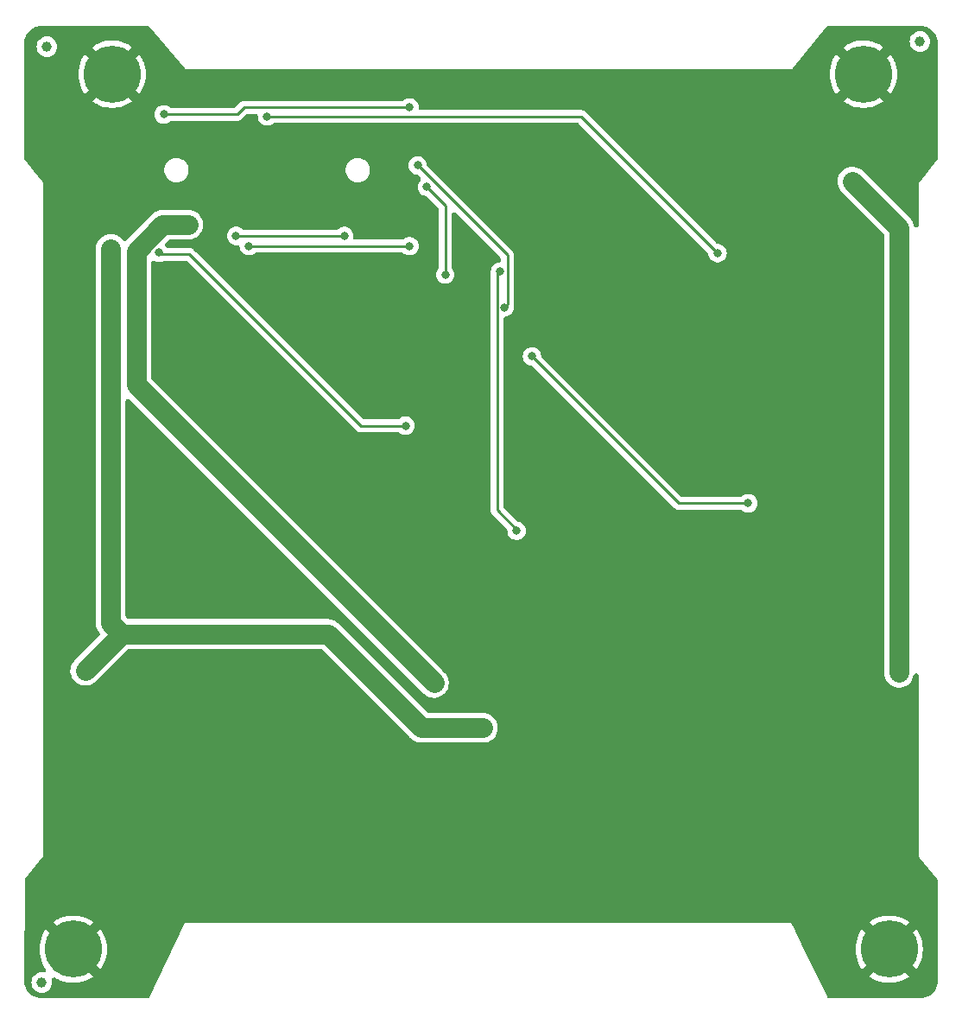
<source format=gbl>
%TF.GenerationSoftware,KiCad,Pcbnew,7.0.2-0*%
%TF.CreationDate,2024-05-08T22:09:35-07:00*%
%TF.ProjectId,MPPT_addon_board,4d505054-5f61-4646-946f-6e5f626f6172,1.4*%
%TF.SameCoordinates,Original*%
%TF.FileFunction,Copper,L2,Bot*%
%TF.FilePolarity,Positive*%
%FSLAX46Y46*%
G04 Gerber Fmt 4.6, Leading zero omitted, Abs format (unit mm)*
G04 Created by KiCad (PCBNEW 7.0.2-0) date 2024-05-08 22:09:35*
%MOMM*%
%LPD*%
G01*
G04 APERTURE LIST*
%TA.AperFunction,ComponentPad*%
%ADD10C,5.600000*%
%TD*%
%TA.AperFunction,SMDPad,CuDef*%
%ADD11C,1.000000*%
%TD*%
%TA.AperFunction,ViaPad*%
%ADD12C,0.800000*%
%TD*%
%TA.AperFunction,Conductor*%
%ADD13C,1.905000*%
%TD*%
%TA.AperFunction,Conductor*%
%ADD14C,0.250000*%
%TD*%
G04 APERTURE END LIST*
D10*
X107236100Y-57564100D03*
X103426100Y-143294100D03*
X183426100Y-143294100D03*
X180896100Y-57564100D03*
D11*
X186436000Y-54356000D03*
X100838000Y-54864000D03*
X100330000Y-146558000D03*
D12*
X118872000Y-60198000D03*
X117856000Y-60198000D03*
X113792000Y-60198000D03*
X114808000Y-60198000D03*
X115824000Y-60198000D03*
X116840000Y-60198000D03*
X126492000Y-59690000D03*
X127508000Y-59690000D03*
X129540000Y-59690000D03*
X128524000Y-59690000D03*
X126492000Y-58674000D03*
X127508000Y-58674000D03*
X129540000Y-58674000D03*
X128524000Y-58674000D03*
X126492000Y-57658000D03*
X127508000Y-57658000D03*
X129540000Y-57658000D03*
X128524000Y-57658000D03*
X129032000Y-72136000D03*
X128016000Y-72136000D03*
X127000000Y-72136000D03*
X125984000Y-72136000D03*
X159800000Y-127400000D03*
X159800000Y-118600000D03*
X159800000Y-125200000D03*
X115400000Y-123000000D03*
X128300000Y-98500000D03*
X113300000Y-85500000D03*
X158275000Y-81675000D03*
X127200000Y-129700000D03*
X168000000Y-118600000D03*
X127200000Y-118600000D03*
X163800000Y-132300000D03*
X121400000Y-118600000D03*
X171600000Y-118600000D03*
X119400000Y-132300000D03*
X159800000Y-123000000D03*
X159800000Y-132300000D03*
X115400000Y-129700000D03*
X159800000Y-120600000D03*
X115400000Y-127400000D03*
X123600000Y-118600000D03*
X171600000Y-125200000D03*
X171600000Y-129700000D03*
X128200000Y-95200000D03*
X127200000Y-127400000D03*
X119400000Y-118600000D03*
X117300000Y-118600000D03*
X171600000Y-81200000D03*
X125500000Y-132300000D03*
X115400000Y-118600000D03*
X161700000Y-132300000D03*
X171600000Y-127400000D03*
X169900000Y-132300000D03*
X159800000Y-129700000D03*
X115800000Y-81900000D03*
X121300000Y-90400000D03*
X115400000Y-120600000D03*
X165800000Y-132300000D03*
X161700000Y-118600000D03*
X115400000Y-125200000D03*
X127200000Y-125200000D03*
X165800000Y-118600000D03*
X123600000Y-132300000D03*
X115400000Y-132300000D03*
X171600000Y-120600000D03*
X169900000Y-118600000D03*
X127200000Y-132300000D03*
X129000000Y-81500000D03*
X163800000Y-118600000D03*
X125500000Y-118600000D03*
X127200000Y-120600000D03*
X127200000Y-123000000D03*
X168000000Y-132300000D03*
X101500000Y-102000000D03*
X171600000Y-132300000D03*
X121400000Y-132300000D03*
X117300000Y-132300000D03*
X171600000Y-123000000D03*
X129000000Y-85600000D03*
X120650000Y-74400000D03*
X136400000Y-74400000D03*
X122430000Y-61700000D03*
X166600000Y-75100000D03*
X130000000Y-73400000D03*
X119400000Y-73400000D03*
X136000000Y-92000000D03*
X111850000Y-75050000D03*
X112300000Y-61500000D03*
X136400000Y-60800000D03*
X143600000Y-121600000D03*
X107100000Y-74676000D03*
X104600000Y-116000000D03*
X184400000Y-116200000D03*
X179832000Y-68072000D03*
X148400000Y-85200000D03*
X169600000Y-99600000D03*
X114800000Y-72100000D03*
X138800000Y-117200000D03*
X146900000Y-102300000D03*
X145275500Y-76899500D03*
X137200000Y-66500000D03*
X145700000Y-80400000D03*
X138100000Y-68600000D03*
X139900000Y-77200000D03*
D13*
X107100000Y-74676000D02*
X107100000Y-111300000D01*
X107100000Y-111300000D02*
X108200000Y-112400000D01*
X179832000Y-68072000D02*
X184400000Y-72640000D01*
X184400000Y-72640000D02*
X184400000Y-116200000D01*
D14*
X115800000Y-83000000D02*
X113300000Y-85500000D01*
X118200000Y-90400000D02*
X113300000Y-85500000D01*
X121300000Y-90400000D02*
X118200000Y-90400000D01*
X115800000Y-81900000D02*
X115800000Y-83000000D01*
X158275000Y-81675000D02*
X158100000Y-81850000D01*
X120650000Y-74400000D02*
X136200000Y-74400000D01*
X136200000Y-74400000D02*
X136400000Y-74400000D01*
X122430000Y-61700000D02*
X153200000Y-61700000D01*
X153200000Y-61700000D02*
X166600000Y-75100000D01*
X119400000Y-73400000D02*
X130000000Y-73400000D01*
X111850000Y-75050000D02*
X112000000Y-75200000D01*
X112000000Y-75200000D02*
X114800000Y-75200000D01*
X114800000Y-75200000D02*
X131600000Y-92000000D01*
X131600000Y-92000000D02*
X136000000Y-92000000D01*
X136400000Y-60800000D02*
X120200000Y-60800000D01*
X120200000Y-60800000D02*
X119500000Y-61500000D01*
X119500000Y-61500000D02*
X112300000Y-61500000D01*
D13*
X137600000Y-121600000D02*
X128400000Y-112400000D01*
X143600000Y-121600000D02*
X137600000Y-121600000D01*
X128400000Y-112400000D02*
X108200000Y-112400000D01*
X104600000Y-116000000D02*
X108200000Y-112400000D01*
D14*
X169600000Y-99600000D02*
X162800000Y-99600000D01*
X162800000Y-99600000D02*
X148400000Y-85200000D01*
D13*
X112204433Y-72300000D02*
X109600000Y-74904433D01*
X114700000Y-72300000D02*
X112204433Y-72300000D01*
X109600000Y-88000000D02*
X138800000Y-117200000D01*
X109600000Y-74904433D02*
X109600000Y-88000000D01*
D14*
X144975000Y-77200000D02*
X144975000Y-100275000D01*
X147000000Y-102300000D02*
X146900000Y-102200000D01*
X146900000Y-102200000D02*
X146900000Y-102300000D01*
X144975000Y-100275000D02*
X146900000Y-102200000D01*
X146900000Y-102300000D02*
X147000000Y-102300000D01*
X145275500Y-76899500D02*
X144975000Y-77200000D01*
X146000500Y-75300500D02*
X146000500Y-80099500D01*
X146000500Y-80099500D02*
X145700000Y-80400000D01*
X137200000Y-66500000D02*
X146000500Y-75300500D01*
X139900000Y-70400000D02*
X138100000Y-68600000D01*
X139900000Y-77200000D02*
X139900000Y-70400000D01*
%TA.AperFunction,Conductor*%
G36*
X186405981Y-52807384D02*
G01*
X186406402Y-52807451D01*
X186446061Y-52807450D01*
X186446063Y-52807451D01*
X186484772Y-52807450D01*
X186502527Y-52808083D01*
X186717765Y-52823473D01*
X186752913Y-52828525D01*
X186955076Y-52872499D01*
X186989143Y-52882503D01*
X187182977Y-52954797D01*
X187215294Y-52969555D01*
X187396849Y-53068689D01*
X187426737Y-53087897D01*
X187592339Y-53211864D01*
X187619190Y-53235129D01*
X187765470Y-53381409D01*
X187788735Y-53408260D01*
X187912702Y-53573862D01*
X187931910Y-53603750D01*
X188031044Y-53785305D01*
X188045802Y-53817622D01*
X188118096Y-54011456D01*
X188128102Y-54045532D01*
X188172071Y-54247670D01*
X188177126Y-54282836D01*
X188192515Y-54498071D01*
X188193149Y-54515832D01*
X188193148Y-54593181D01*
X188193245Y-54593795D01*
X188205635Y-65807470D01*
X188186786Y-65902779D01*
X188150659Y-65963808D01*
X186403237Y-68136277D01*
X186393231Y-68147959D01*
X186366833Y-68176916D01*
X186358761Y-68197754D01*
X186345978Y-68225547D01*
X186332569Y-68250531D01*
X186326250Y-68275669D01*
X186326250Y-68304019D01*
X186324369Y-68334568D01*
X186320890Y-68362708D01*
X186326250Y-68405950D01*
X186326250Y-72330107D01*
X186307296Y-72425395D01*
X186253320Y-72506177D01*
X186172538Y-72560153D01*
X186077250Y-72579107D01*
X185981962Y-72560153D01*
X185901180Y-72506177D01*
X185847204Y-72425395D01*
X185835870Y-72391235D01*
X185817175Y-72317413D01*
X185814854Y-72307382D01*
X185797367Y-72223983D01*
X185792014Y-72210263D01*
X185782602Y-72180884D01*
X185778984Y-72166600D01*
X185778983Y-72166595D01*
X185744732Y-72088512D01*
X185740824Y-72079079D01*
X185709836Y-71999660D01*
X185702287Y-71986991D01*
X185688178Y-71959581D01*
X185682255Y-71946078D01*
X185666426Y-71921850D01*
X185635649Y-71874741D01*
X185630199Y-71866011D01*
X185586575Y-71792801D01*
X185577053Y-71781558D01*
X185558602Y-71756814D01*
X185550551Y-71744490D01*
X185550548Y-71744487D01*
X185550547Y-71744485D01*
X185492836Y-71681794D01*
X185486022Y-71674078D01*
X185473242Y-71658988D01*
X185473234Y-71658980D01*
X185469924Y-71655071D01*
X185452288Y-71637435D01*
X185445187Y-71630034D01*
X185387463Y-71567329D01*
X185375841Y-71558283D01*
X185352711Y-71537858D01*
X180820553Y-67005701D01*
X180816929Y-67002077D01*
X180679198Y-66885425D01*
X180472340Y-66762164D01*
X180472339Y-66762163D01*
X180472338Y-66762163D01*
X180248014Y-66674632D01*
X180012340Y-66625215D01*
X179771751Y-66615264D01*
X179532796Y-66645051D01*
X179302015Y-66713757D01*
X179085684Y-66819516D01*
X179085682Y-66819517D01*
X178889709Y-66959439D01*
X178719439Y-67129709D01*
X178609171Y-67284150D01*
X178579516Y-67325684D01*
X178473757Y-67542015D01*
X178405051Y-67772796D01*
X178375264Y-68011751D01*
X178385215Y-68252340D01*
X178434632Y-68488014D01*
X178478328Y-68599999D01*
X178522164Y-68712340D01*
X178645425Y-68919198D01*
X178762077Y-69056929D01*
X178765701Y-69060552D01*
X178765701Y-69060553D01*
X182874070Y-73168922D01*
X182928046Y-73249704D01*
X182947000Y-73344992D01*
X182947000Y-116260100D01*
X182947424Y-116265227D01*
X182947425Y-116265230D01*
X182961905Y-116439976D01*
X183021017Y-116673407D01*
X183117745Y-116893923D01*
X183249448Y-117095509D01*
X183401103Y-117260251D01*
X183412537Y-117272671D01*
X183602561Y-117420572D01*
X183814336Y-117535179D01*
X184042087Y-117613366D01*
X184279601Y-117653000D01*
X184520399Y-117653000D01*
X184757913Y-117613366D01*
X184985664Y-117535179D01*
X185197439Y-117420572D01*
X185387463Y-117272671D01*
X185550551Y-117095510D01*
X185682255Y-116893922D01*
X185778983Y-116673405D01*
X185835869Y-116448765D01*
X185877635Y-116361046D01*
X185949790Y-116295987D01*
X186041350Y-116263493D01*
X186138375Y-116268510D01*
X186226095Y-116310276D01*
X186291154Y-116382431D01*
X186323648Y-116473991D01*
X186326250Y-116509891D01*
X186326250Y-134087020D01*
X186325972Y-134098784D01*
X186323932Y-134141915D01*
X186329740Y-134159306D01*
X186338320Y-134192415D01*
X186342356Y-134214004D01*
X186357205Y-134245679D01*
X186371212Y-134262584D01*
X186391184Y-134290372D01*
X186402745Y-134309043D01*
X186436222Y-134341042D01*
X188148330Y-136407303D01*
X188194533Y-136492769D01*
X188205598Y-136566488D01*
X188193259Y-146305147D01*
X188193148Y-146305853D01*
X188193149Y-146383067D01*
X188192515Y-146400828D01*
X188177126Y-146616063D01*
X188172071Y-146651227D01*
X188128102Y-146853363D01*
X188118096Y-146887443D01*
X188045802Y-147081277D01*
X188031044Y-147113594D01*
X187931910Y-147295149D01*
X187912702Y-147325037D01*
X187788735Y-147490639D01*
X187765470Y-147517490D01*
X187619190Y-147663770D01*
X187592339Y-147687035D01*
X187426737Y-147811002D01*
X187396849Y-147830210D01*
X187215294Y-147929344D01*
X187182977Y-147944102D01*
X186989143Y-148016396D01*
X186955063Y-148026402D01*
X186752927Y-148070371D01*
X186717763Y-148075426D01*
X186502528Y-148090815D01*
X186484767Y-148091449D01*
X186405664Y-148091448D01*
X186405652Y-148091450D01*
X177545685Y-148091450D01*
X177450397Y-148072496D01*
X177369615Y-148018520D01*
X177321228Y-147950246D01*
X177318277Y-147944102D01*
X175088336Y-143300832D01*
X180121618Y-143300832D01*
X180140261Y-143644692D01*
X180141715Y-143658062D01*
X180197428Y-143997895D01*
X180200320Y-144011036D01*
X180292447Y-144342846D01*
X180296747Y-144355608D01*
X180424208Y-144675510D01*
X180429855Y-144687716D01*
X180591163Y-144991976D01*
X180598099Y-145003504D01*
X180764364Y-145248726D01*
X181994405Y-144018684D01*
X181996081Y-144022731D01*
X182127670Y-144237465D01*
X182291230Y-144428970D01*
X182482735Y-144592530D01*
X182697469Y-144724119D01*
X182701512Y-144725793D01*
X181472812Y-145954494D01*
X181566091Y-146025403D01*
X181577230Y-146032956D01*
X181872301Y-146210493D01*
X181884209Y-146216806D01*
X182196731Y-146361395D01*
X182209235Y-146366377D01*
X182535566Y-146476330D01*
X182548555Y-146479936D01*
X182884835Y-146553958D01*
X182898153Y-146556141D01*
X183240461Y-146593369D01*
X183253933Y-146594100D01*
X183598267Y-146594100D01*
X183611738Y-146593369D01*
X183954046Y-146556141D01*
X183967364Y-146553958D01*
X184303644Y-146479936D01*
X184316633Y-146476330D01*
X184642964Y-146366377D01*
X184655468Y-146361395D01*
X184967990Y-146216806D01*
X184979898Y-146210493D01*
X185274963Y-146032959D01*
X185286103Y-146025406D01*
X185379386Y-145954494D01*
X184150686Y-144725794D01*
X184154731Y-144724119D01*
X184369465Y-144592530D01*
X184560970Y-144428970D01*
X184724530Y-144237465D01*
X184856119Y-144022731D01*
X184857794Y-144018686D01*
X186087834Y-145248726D01*
X186254097Y-145003508D01*
X186261036Y-144991976D01*
X186422344Y-144687716D01*
X186427991Y-144675510D01*
X186555452Y-144355608D01*
X186559752Y-144342846D01*
X186651879Y-144011036D01*
X186654771Y-143997895D01*
X186710484Y-143658062D01*
X186711938Y-143644692D01*
X186730582Y-143300832D01*
X186730582Y-143287367D01*
X186711938Y-142943507D01*
X186710484Y-142930137D01*
X186654771Y-142590304D01*
X186651879Y-142577163D01*
X186559752Y-142245353D01*
X186555452Y-142232591D01*
X186427991Y-141912689D01*
X186422344Y-141900483D01*
X186261036Y-141596223D01*
X186254097Y-141584691D01*
X186087834Y-141339472D01*
X184857793Y-142569512D01*
X184856119Y-142565469D01*
X184724530Y-142350735D01*
X184560970Y-142159230D01*
X184369465Y-141995670D01*
X184154731Y-141864081D01*
X184150686Y-141862405D01*
X185379386Y-140633705D01*
X185286099Y-140562790D01*
X185274970Y-140555244D01*
X184979898Y-140377706D01*
X184967990Y-140371393D01*
X184655468Y-140226804D01*
X184642964Y-140221822D01*
X184316633Y-140111869D01*
X184303644Y-140108263D01*
X183967364Y-140034241D01*
X183954046Y-140032058D01*
X183611738Y-139994830D01*
X183598267Y-139994100D01*
X183253933Y-139994100D01*
X183240461Y-139994830D01*
X182898153Y-140032058D01*
X182884835Y-140034241D01*
X182548555Y-140108263D01*
X182535566Y-140111869D01*
X182209235Y-140221822D01*
X182196731Y-140226804D01*
X181884209Y-140371393D01*
X181872301Y-140377706D01*
X181577236Y-140555240D01*
X181566095Y-140562794D01*
X181472812Y-140633704D01*
X182701513Y-141862405D01*
X182697469Y-141864081D01*
X182482735Y-141995670D01*
X182291230Y-142159230D01*
X182127670Y-142350735D01*
X181996081Y-142565469D01*
X181994405Y-142569513D01*
X180764365Y-141339473D01*
X180598096Y-141584701D01*
X180591162Y-141596225D01*
X180429855Y-141900483D01*
X180424208Y-141912689D01*
X180296747Y-142232591D01*
X180292447Y-142245353D01*
X180200320Y-142577163D01*
X180197428Y-142590304D01*
X180141715Y-142930137D01*
X180140261Y-142943507D01*
X180121618Y-143287367D01*
X180121618Y-143300832D01*
X175088336Y-143300832D01*
X173963604Y-140958870D01*
X173961594Y-140951604D01*
X173919965Y-140868001D01*
X173901731Y-140830033D01*
X173898056Y-140824002D01*
X173896291Y-140820457D01*
X173893958Y-140815772D01*
X173893000Y-140814898D01*
X173859918Y-140778084D01*
X173859156Y-140777044D01*
X173859154Y-140777043D01*
X173859154Y-140777042D01*
X173851395Y-140772083D01*
X173817738Y-140746288D01*
X173810932Y-140740083D01*
X173810018Y-140739729D01*
X173809725Y-140739616D01*
X173765580Y-140717240D01*
X173764491Y-140716544D01*
X173755460Y-140714721D01*
X173714767Y-140702829D01*
X173706173Y-140699500D01*
X173706172Y-140699500D01*
X173704875Y-140699500D01*
X173655633Y-140694582D01*
X173654363Y-140694325D01*
X173646638Y-140695656D01*
X173645290Y-140695888D01*
X173603037Y-140699500D01*
X114648810Y-140699500D01*
X114641638Y-140698210D01*
X114550789Y-140699460D01*
X114547940Y-140699500D01*
X114505608Y-140699500D01*
X114498814Y-140700175D01*
X114489700Y-140700300D01*
X114488353Y-140700844D01*
X114440987Y-140714673D01*
X114439563Y-140714939D01*
X114431849Y-140719715D01*
X114393928Y-140738924D01*
X114385507Y-140742320D01*
X114384444Y-140743317D01*
X114345275Y-140773320D01*
X114344046Y-140774080D01*
X114338580Y-140781319D01*
X114310146Y-140812944D01*
X114303528Y-140819145D01*
X114302898Y-140820457D01*
X114277217Y-140862577D01*
X114276343Y-140863733D01*
X114273862Y-140872455D01*
X114258771Y-140912217D01*
X110868263Y-147962650D01*
X110809885Y-148040310D01*
X110726231Y-148089718D01*
X110643566Y-148103737D01*
X100410366Y-148091552D01*
X100409710Y-148091449D01*
X100371237Y-148091449D01*
X100332527Y-148091449D01*
X100314771Y-148090815D01*
X100288842Y-148088961D01*
X100099536Y-148075426D01*
X100064374Y-148070371D01*
X99862232Y-148026402D01*
X99828156Y-148016396D01*
X99634322Y-147944102D01*
X99602005Y-147929344D01*
X99420450Y-147830210D01*
X99390562Y-147811002D01*
X99224960Y-147687035D01*
X99198109Y-147663770D01*
X99051829Y-147517490D01*
X99028564Y-147490639D01*
X98904597Y-147325037D01*
X98885389Y-147295149D01*
X98786255Y-147113594D01*
X98771497Y-147081277D01*
X98699203Y-146887443D01*
X98689199Y-146853376D01*
X98645225Y-146651213D01*
X98640173Y-146616063D01*
X98636021Y-146558000D01*
X98636021Y-146557999D01*
X99324658Y-146557999D01*
X99343976Y-146754132D01*
X99401185Y-146942725D01*
X99494091Y-147116541D01*
X99619116Y-147268883D01*
X99771458Y-147393908D01*
X99771462Y-147393910D01*
X99945273Y-147486814D01*
X100133868Y-147544024D01*
X100310682Y-147561438D01*
X100329999Y-147563341D01*
X100329999Y-147563340D01*
X100330000Y-147563341D01*
X100526132Y-147544024D01*
X100714727Y-147486814D01*
X100888538Y-147393910D01*
X100888539Y-147393908D01*
X100888541Y-147393908D01*
X101040883Y-147268883D01*
X101165908Y-147116541D01*
X101165910Y-147116538D01*
X101258814Y-146942727D01*
X101316024Y-146754132D01*
X101335341Y-146558000D01*
X101316024Y-146361868D01*
X101316023Y-146361865D01*
X101313723Y-146338510D01*
X101323246Y-146241822D01*
X101369044Y-146156139D01*
X101444146Y-146094505D01*
X101537117Y-146066302D01*
X101633805Y-146075825D01*
X101689897Y-146100745D01*
X101872301Y-146210493D01*
X101884209Y-146216806D01*
X102196731Y-146361395D01*
X102209235Y-146366377D01*
X102535566Y-146476330D01*
X102548555Y-146479936D01*
X102884835Y-146553958D01*
X102898153Y-146556141D01*
X103240461Y-146593369D01*
X103253933Y-146594100D01*
X103598267Y-146594100D01*
X103611738Y-146593369D01*
X103954046Y-146556141D01*
X103967364Y-146553958D01*
X104303644Y-146479936D01*
X104316633Y-146476330D01*
X104642964Y-146366377D01*
X104655468Y-146361395D01*
X104967990Y-146216806D01*
X104979898Y-146210493D01*
X105274963Y-146032959D01*
X105286103Y-146025406D01*
X105379386Y-145954494D01*
X104150686Y-144725794D01*
X104154731Y-144724119D01*
X104369465Y-144592530D01*
X104560970Y-144428970D01*
X104724530Y-144237465D01*
X104856119Y-144022731D01*
X104857794Y-144018686D01*
X106087834Y-145248726D01*
X106254097Y-145003508D01*
X106261036Y-144991976D01*
X106422344Y-144687716D01*
X106427991Y-144675510D01*
X106555452Y-144355608D01*
X106559752Y-144342846D01*
X106651879Y-144011036D01*
X106654771Y-143997895D01*
X106710484Y-143658062D01*
X106711938Y-143644692D01*
X106730582Y-143300832D01*
X106730582Y-143287367D01*
X106711938Y-142943507D01*
X106710484Y-142930137D01*
X106654771Y-142590304D01*
X106651879Y-142577163D01*
X106559752Y-142245353D01*
X106555452Y-142232591D01*
X106427991Y-141912689D01*
X106422344Y-141900483D01*
X106261036Y-141596223D01*
X106254097Y-141584691D01*
X106087834Y-141339472D01*
X104857793Y-142569512D01*
X104856119Y-142565469D01*
X104724530Y-142350735D01*
X104560970Y-142159230D01*
X104369465Y-141995670D01*
X104154731Y-141864081D01*
X104150686Y-141862405D01*
X105379386Y-140633705D01*
X105286099Y-140562790D01*
X105274970Y-140555244D01*
X104979898Y-140377706D01*
X104967990Y-140371393D01*
X104655468Y-140226804D01*
X104642964Y-140221822D01*
X104316633Y-140111869D01*
X104303644Y-140108263D01*
X103967364Y-140034241D01*
X103954046Y-140032058D01*
X103611738Y-139994830D01*
X103598267Y-139994100D01*
X103253933Y-139994100D01*
X103240461Y-139994830D01*
X102898153Y-140032058D01*
X102884835Y-140034241D01*
X102548555Y-140108263D01*
X102535566Y-140111869D01*
X102209235Y-140221822D01*
X102196731Y-140226804D01*
X101884209Y-140371393D01*
X101872301Y-140377706D01*
X101577236Y-140555240D01*
X101566095Y-140562794D01*
X101472812Y-140633704D01*
X102701513Y-141862405D01*
X102697469Y-141864081D01*
X102482735Y-141995670D01*
X102291230Y-142159230D01*
X102127670Y-142350735D01*
X101996081Y-142565469D01*
X101994405Y-142569513D01*
X100764365Y-141339473D01*
X100598096Y-141584701D01*
X100591162Y-141596225D01*
X100429855Y-141900483D01*
X100424208Y-141912689D01*
X100296747Y-142232591D01*
X100292447Y-142245353D01*
X100200320Y-142577163D01*
X100197428Y-142590304D01*
X100141715Y-142930137D01*
X100140261Y-142943507D01*
X100121618Y-143287367D01*
X100121618Y-143300832D01*
X100140261Y-143644692D01*
X100141715Y-143658062D01*
X100197428Y-143997895D01*
X100200320Y-144011036D01*
X100292447Y-144342846D01*
X100296747Y-144355608D01*
X100424208Y-144675510D01*
X100429855Y-144687716D01*
X100591163Y-144991976D01*
X100598094Y-145003495D01*
X100718211Y-145180654D01*
X100755997Y-145270160D01*
X100756655Y-145367313D01*
X100720084Y-145457322D01*
X100651852Y-145526485D01*
X100562346Y-145564271D01*
X100487711Y-145568191D01*
X100330001Y-145552658D01*
X100133867Y-145571976D01*
X99945274Y-145629185D01*
X99771458Y-145722091D01*
X99619116Y-145847116D01*
X99494091Y-145999458D01*
X99401185Y-146173274D01*
X99343976Y-146361867D01*
X99324658Y-146557999D01*
X98636021Y-146557999D01*
X98624816Y-146401295D01*
X98624185Y-146382630D01*
X98624261Y-146361867D01*
X98659991Y-136563187D01*
X98679292Y-136467974D01*
X98715595Y-136407258D01*
X100423393Y-134301611D01*
X100432749Y-134290732D01*
X100459916Y-134260933D01*
X100467581Y-134241144D01*
X100480855Y-134212440D01*
X100493496Y-134189116D01*
X100500499Y-134161495D01*
X100500499Y-134156175D01*
X100500500Y-134156173D01*
X100500500Y-134134936D01*
X100502506Y-134103404D01*
X100505195Y-134082355D01*
X100505194Y-134082352D01*
X100505868Y-134077077D01*
X100500499Y-134033024D01*
X100500499Y-116060248D01*
X103143264Y-116060248D01*
X103173051Y-116299203D01*
X103241757Y-116529984D01*
X103298167Y-116645372D01*
X103347517Y-116746318D01*
X103487439Y-116942291D01*
X103657709Y-117112561D01*
X103853682Y-117252483D01*
X104065200Y-117355888D01*
X104070015Y-117358242D01*
X104300796Y-117426948D01*
X104300797Y-117426948D01*
X104300800Y-117426949D01*
X104539749Y-117456735D01*
X104539750Y-117456734D01*
X104539751Y-117456735D01*
X104700143Y-117450100D01*
X104780341Y-117446784D01*
X105016014Y-117397368D01*
X105240340Y-117309836D01*
X105447198Y-117186575D01*
X105584929Y-117069923D01*
X108728922Y-113925929D01*
X108809704Y-113871954D01*
X108904992Y-113853000D01*
X127695008Y-113853000D01*
X127790296Y-113871954D01*
X127871078Y-113925930D01*
X136497855Y-122552707D01*
X136518280Y-122575837D01*
X136527329Y-122587463D01*
X136590046Y-122645198D01*
X136597447Y-122652299D01*
X136615071Y-122669923D01*
X136618991Y-122673243D01*
X136619005Y-122673256D01*
X136634082Y-122686026D01*
X136641794Y-122692836D01*
X136704488Y-122750550D01*
X136716823Y-122758609D01*
X136741565Y-122777059D01*
X136752802Y-122786576D01*
X136826010Y-122830198D01*
X136834732Y-122835642D01*
X136906078Y-122882255D01*
X136919581Y-122888178D01*
X136946991Y-122902287D01*
X136959660Y-122909836D01*
X137039079Y-122940824D01*
X137048512Y-122944732D01*
X137126595Y-122978983D01*
X137131605Y-122980251D01*
X137140884Y-122982602D01*
X137170263Y-122992014D01*
X137183983Y-122997367D01*
X137183986Y-122997368D01*
X137267392Y-123014856D01*
X137277412Y-123017175D01*
X137327557Y-123029873D01*
X137360024Y-123038095D01*
X137374703Y-123039310D01*
X137405244Y-123043761D01*
X137419659Y-123046784D01*
X137504881Y-123050308D01*
X137515060Y-123050941D01*
X137539900Y-123053000D01*
X137564807Y-123053000D01*
X137575095Y-123053212D01*
X137605897Y-123054486D01*
X137660249Y-123056735D01*
X137660249Y-123056734D01*
X137660251Y-123056735D01*
X137674876Y-123054911D01*
X137705675Y-123053000D01*
X143654944Y-123053000D01*
X143660100Y-123053000D01*
X143839976Y-123038095D01*
X144073405Y-122978983D01*
X144293922Y-122882255D01*
X144495510Y-122750551D01*
X144672671Y-122587463D01*
X144820572Y-122397439D01*
X144935179Y-122185664D01*
X145013366Y-121957913D01*
X145053000Y-121720399D01*
X145053000Y-121479601D01*
X145013366Y-121242087D01*
X144935179Y-121014336D01*
X144820572Y-120802561D01*
X144672671Y-120612537D01*
X144495510Y-120449449D01*
X144495509Y-120449448D01*
X144293923Y-120317745D01*
X144073407Y-120221017D01*
X143839976Y-120161905D01*
X143665230Y-120147425D01*
X143665227Y-120147424D01*
X143660100Y-120147000D01*
X143654944Y-120147000D01*
X138304992Y-120147000D01*
X138209704Y-120128046D01*
X138128922Y-120074070D01*
X129502142Y-111447290D01*
X129481723Y-111424168D01*
X129472671Y-111412537D01*
X129409978Y-111354824D01*
X129402551Y-111347699D01*
X129388558Y-111333706D01*
X129384929Y-111330077D01*
X129381011Y-111326758D01*
X129381005Y-111326753D01*
X129365916Y-111313973D01*
X129358206Y-111307164D01*
X129295510Y-111249449D01*
X129283176Y-111241391D01*
X129258436Y-111222943D01*
X129247197Y-111213424D01*
X129173982Y-111169796D01*
X129165255Y-111164348D01*
X129093923Y-111117745D01*
X129080431Y-111111827D01*
X129052997Y-111097706D01*
X129040340Y-111090164D01*
X128960961Y-111059190D01*
X128951458Y-111055254D01*
X128921474Y-111042102D01*
X128873405Y-111021017D01*
X128873403Y-111021016D01*
X128873402Y-111021016D01*
X128859112Y-111017397D01*
X128829746Y-111007989D01*
X128816014Y-111002631D01*
X128732614Y-110985144D01*
X128722589Y-110982825D01*
X128639978Y-110961905D01*
X128634704Y-110961468D01*
X128625293Y-110960688D01*
X128594760Y-110956239D01*
X128580339Y-110953215D01*
X128495198Y-110949694D01*
X128484927Y-110949057D01*
X128465212Y-110947423D01*
X128465198Y-110947422D01*
X128460100Y-110947000D01*
X128454967Y-110947000D01*
X128435193Y-110947000D01*
X128424904Y-110946787D01*
X128421234Y-110946635D01*
X128339750Y-110943264D01*
X128326117Y-110944964D01*
X128325123Y-110945088D01*
X128294325Y-110947000D01*
X108904992Y-110947000D01*
X108809704Y-110928046D01*
X108728922Y-110874070D01*
X108625929Y-110771077D01*
X108571953Y-110690295D01*
X108552999Y-110595007D01*
X108552999Y-99912769D01*
X108552999Y-89608986D01*
X108571953Y-89513703D01*
X108625929Y-89432921D01*
X108706711Y-89378945D01*
X108801999Y-89359991D01*
X108897287Y-89378945D01*
X108978069Y-89432921D01*
X137815071Y-118269923D01*
X137952802Y-118386575D01*
X138159660Y-118509836D01*
X138383986Y-118597368D01*
X138619658Y-118646784D01*
X138619659Y-118646784D01*
X138860248Y-118656735D01*
X138860248Y-118656734D01*
X138860251Y-118656735D01*
X139099200Y-118626949D01*
X139329987Y-118558241D01*
X139546318Y-118452483D01*
X139742291Y-118312561D01*
X139912561Y-118142291D01*
X140052483Y-117946318D01*
X140158241Y-117729987D01*
X140226949Y-117499200D01*
X140256735Y-117260251D01*
X140250626Y-117112561D01*
X140246784Y-117019659D01*
X140230561Y-116942290D01*
X140197368Y-116783986D01*
X140109836Y-116559660D01*
X139986575Y-116352802D01*
X139869923Y-116215071D01*
X111125930Y-87471078D01*
X111071954Y-87390296D01*
X111053000Y-87295008D01*
X111053000Y-76064298D01*
X111071954Y-75969010D01*
X111125930Y-75888228D01*
X111206712Y-75834252D01*
X111302000Y-75815298D01*
X111397288Y-75834252D01*
X111403280Y-75836826D01*
X111570197Y-75911144D01*
X111755354Y-75950500D01*
X111755355Y-75950500D01*
X111944645Y-75950500D01*
X111944646Y-75950500D01*
X112129803Y-75911144D01*
X112264025Y-75851384D01*
X112273811Y-75847027D01*
X112368570Y-75825585D01*
X112375088Y-75825500D01*
X114437770Y-75825500D01*
X114533058Y-75844454D01*
X114613840Y-75898430D01*
X131089443Y-92374034D01*
X131104262Y-92392531D01*
X131161762Y-92446528D01*
X131167379Y-92451970D01*
X131185529Y-92470120D01*
X131191704Y-92474910D01*
X131193344Y-92476356D01*
X131199128Y-92481618D01*
X131229418Y-92510062D01*
X131238350Y-92514972D01*
X131271017Y-92536431D01*
X131279062Y-92542672D01*
X131279063Y-92542672D01*
X131279064Y-92542673D01*
X131313751Y-92557683D01*
X131334789Y-92567990D01*
X131367908Y-92586197D01*
X131367910Y-92586197D01*
X131367911Y-92586198D01*
X131377770Y-92588729D01*
X131414747Y-92601388D01*
X131424104Y-92605438D01*
X131434390Y-92607067D01*
X131461423Y-92611349D01*
X131484395Y-92616106D01*
X131520981Y-92625500D01*
X131531175Y-92625500D01*
X131570124Y-92628565D01*
X131572044Y-92628868D01*
X131580196Y-92630160D01*
X131616173Y-92626759D01*
X131617804Y-92626605D01*
X131641236Y-92625500D01*
X135248000Y-92625500D01*
X135343288Y-92644454D01*
X135394358Y-92673055D01*
X135527232Y-92769593D01*
X135547270Y-92784151D01*
X135720197Y-92861144D01*
X135905354Y-92900500D01*
X135905355Y-92900500D01*
X136094645Y-92900500D01*
X136094646Y-92900500D01*
X136279803Y-92861144D01*
X136452730Y-92784151D01*
X136605871Y-92672888D01*
X136732533Y-92532216D01*
X136827179Y-92368284D01*
X136885674Y-92188256D01*
X136905460Y-92000000D01*
X136885674Y-91811744D01*
X136827179Y-91631716D01*
X136732533Y-91467784D01*
X136605871Y-91327112D01*
X136452730Y-91215849D01*
X136279803Y-91138856D01*
X136094646Y-91099500D01*
X135905354Y-91099500D01*
X135720197Y-91138856D01*
X135547270Y-91215849D01*
X135547266Y-91215851D01*
X135394358Y-91326945D01*
X135306128Y-91367620D01*
X135248000Y-91374500D01*
X131962230Y-91374500D01*
X131866942Y-91355546D01*
X131786160Y-91301570D01*
X115310559Y-74825968D01*
X115295741Y-74807471D01*
X115238236Y-74753470D01*
X115232618Y-74748027D01*
X115219989Y-74735398D01*
X115214471Y-74729880D01*
X115208302Y-74725094D01*
X115206631Y-74723621D01*
X115200870Y-74718380D01*
X115170582Y-74689938D01*
X115161643Y-74685024D01*
X115128992Y-74663576D01*
X115120936Y-74657327D01*
X115120932Y-74657325D01*
X115086257Y-74642319D01*
X115065193Y-74632000D01*
X115032093Y-74613803D01*
X115026635Y-74612402D01*
X115022219Y-74611268D01*
X114985258Y-74598613D01*
X114975896Y-74594562D01*
X114975894Y-74594561D01*
X114975893Y-74594561D01*
X114938574Y-74588650D01*
X114915612Y-74583894D01*
X114879022Y-74574500D01*
X114879019Y-74574500D01*
X114868825Y-74574500D01*
X114829876Y-74571435D01*
X114819804Y-74569840D01*
X114782196Y-74573395D01*
X114758764Y-74574500D01*
X112744463Y-74574500D01*
X112649175Y-74555546D01*
X112568393Y-74501570D01*
X112559421Y-74492114D01*
X112484305Y-74408690D01*
X112434630Y-74325195D01*
X112420688Y-74229045D01*
X112444603Y-74134880D01*
X112493278Y-74066006D01*
X112577207Y-73982078D01*
X112733354Y-73825930D01*
X112814136Y-73771954D01*
X112909424Y-73753000D01*
X114754944Y-73753000D01*
X114760100Y-73753000D01*
X114939976Y-73738095D01*
X115173405Y-73678983D01*
X115393922Y-73582255D01*
X115595510Y-73450551D01*
X115650423Y-73400000D01*
X118494540Y-73400000D01*
X118514326Y-73588256D01*
X118572819Y-73768280D01*
X118572820Y-73768282D01*
X118572821Y-73768284D01*
X118667467Y-73932216D01*
X118794129Y-74072888D01*
X118947270Y-74184151D01*
X119120197Y-74261144D01*
X119305354Y-74300500D01*
X119305355Y-74300500D01*
X119509882Y-74300500D01*
X119605170Y-74319454D01*
X119685952Y-74373430D01*
X119739928Y-74454212D01*
X119757516Y-74523469D01*
X119762558Y-74571435D01*
X119764326Y-74588256D01*
X119822819Y-74768280D01*
X119822820Y-74768282D01*
X119822821Y-74768284D01*
X119902831Y-74906866D01*
X119917468Y-74932217D01*
X120023619Y-75050110D01*
X120044129Y-75072888D01*
X120197270Y-75184151D01*
X120370197Y-75261144D01*
X120555354Y-75300500D01*
X120555355Y-75300500D01*
X120744645Y-75300500D01*
X120744646Y-75300500D01*
X120929803Y-75261144D01*
X121102730Y-75184151D01*
X121206749Y-75108577D01*
X121255642Y-75073055D01*
X121343872Y-75032380D01*
X121402000Y-75025500D01*
X135648000Y-75025500D01*
X135743288Y-75044454D01*
X135794358Y-75073055D01*
X135891605Y-75143708D01*
X135947270Y-75184151D01*
X136120197Y-75261144D01*
X136305354Y-75300500D01*
X136305355Y-75300500D01*
X136494645Y-75300500D01*
X136494646Y-75300500D01*
X136679803Y-75261144D01*
X136852730Y-75184151D01*
X137005871Y-75072888D01*
X137132533Y-74932216D01*
X137227179Y-74768284D01*
X137285674Y-74588256D01*
X137305460Y-74400000D01*
X137285674Y-74211744D01*
X137227179Y-74031716D01*
X137132533Y-73867784D01*
X137005871Y-73727112D01*
X136852730Y-73615849D01*
X136679803Y-73538856D01*
X136494646Y-73499500D01*
X136305354Y-73499500D01*
X136120197Y-73538856D01*
X135975388Y-73603330D01*
X135947266Y-73615851D01*
X135794358Y-73726945D01*
X135706128Y-73767620D01*
X135648000Y-73774500D01*
X131142641Y-73774500D01*
X131047353Y-73755546D01*
X130966571Y-73701570D01*
X130912595Y-73620788D01*
X130893641Y-73525500D01*
X130895005Y-73499474D01*
X130899634Y-73455428D01*
X130905460Y-73400000D01*
X130885674Y-73211744D01*
X130827179Y-73031716D01*
X130732533Y-72867784D01*
X130605871Y-72727112D01*
X130452730Y-72615849D01*
X130279803Y-72538856D01*
X130094646Y-72499500D01*
X129905354Y-72499500D01*
X129720197Y-72538856D01*
X129560526Y-72609947D01*
X129547266Y-72615851D01*
X129394358Y-72726945D01*
X129306128Y-72767620D01*
X129248000Y-72774500D01*
X120152000Y-72774500D01*
X120056712Y-72755546D01*
X120005642Y-72726945D01*
X119852733Y-72615851D01*
X119852732Y-72615850D01*
X119852730Y-72615849D01*
X119679803Y-72538856D01*
X119494646Y-72499500D01*
X119305354Y-72499500D01*
X119120197Y-72538856D01*
X119095269Y-72549955D01*
X118947269Y-72615849D01*
X118794128Y-72727112D01*
X118667468Y-72867782D01*
X118572819Y-73031719D01*
X118514326Y-73211743D01*
X118494540Y-73400000D01*
X115650423Y-73400000D01*
X115772671Y-73287463D01*
X115920572Y-73097439D01*
X116035179Y-72885664D01*
X116113366Y-72657913D01*
X116153000Y-72420399D01*
X116153000Y-72179601D01*
X116113366Y-71942087D01*
X116035179Y-71714336D01*
X115920572Y-71502561D01*
X115772671Y-71312537D01*
X115683095Y-71230077D01*
X115595509Y-71149448D01*
X115393923Y-71017745D01*
X115173407Y-70921017D01*
X114939976Y-70861905D01*
X114765230Y-70847425D01*
X114765227Y-70847424D01*
X114760100Y-70847000D01*
X114754944Y-70847000D01*
X112310100Y-70847000D01*
X112279301Y-70845088D01*
X112264682Y-70843265D01*
X112179554Y-70846787D01*
X112169263Y-70847000D01*
X112144333Y-70847000D01*
X112139236Y-70847422D01*
X112139218Y-70847423D01*
X112119479Y-70849059D01*
X112109210Y-70849696D01*
X112024089Y-70853216D01*
X112009662Y-70856241D01*
X111979148Y-70860687D01*
X111964457Y-70861904D01*
X111881839Y-70882826D01*
X111871814Y-70885145D01*
X111788419Y-70902631D01*
X111774687Y-70907989D01*
X111745316Y-70917398D01*
X111731024Y-70921017D01*
X111652972Y-70955253D01*
X111643470Y-70959189D01*
X111564091Y-70990163D01*
X111551428Y-70997709D01*
X111524003Y-71011826D01*
X111510511Y-71017744D01*
X111439162Y-71064358D01*
X111430436Y-71069805D01*
X111357235Y-71113423D01*
X111345990Y-71122948D01*
X111321260Y-71141388D01*
X111308924Y-71149447D01*
X111246226Y-71207164D01*
X111238523Y-71213967D01*
X111223430Y-71226750D01*
X111223407Y-71226770D01*
X111219504Y-71230077D01*
X111215884Y-71233696D01*
X111215874Y-71233706D01*
X111201883Y-71247697D01*
X111194468Y-71254810D01*
X111131760Y-71312537D01*
X111122709Y-71324166D01*
X111102289Y-71347290D01*
X108647290Y-73802289D01*
X108624165Y-73822711D01*
X108608237Y-73835109D01*
X108521400Y-73878681D01*
X108424500Y-73885706D01*
X108332287Y-73855113D01*
X108258800Y-73791562D01*
X108252084Y-73782156D01*
X108250552Y-73780492D01*
X108250551Y-73780490D01*
X108087463Y-73603329D01*
X107897439Y-73455428D01*
X107685664Y-73340821D01*
X107457913Y-73262634D01*
X107457912Y-73262633D01*
X107457910Y-73262633D01*
X107220399Y-73223000D01*
X106979601Y-73223000D01*
X106742089Y-73262633D01*
X106628211Y-73301727D01*
X106514336Y-73340821D01*
X106514334Y-73340821D01*
X106514334Y-73340822D01*
X106302560Y-73455428D01*
X106112535Y-73603330D01*
X105949448Y-73780490D01*
X105817745Y-73982076D01*
X105721017Y-74202592D01*
X105661905Y-74436023D01*
X105647788Y-74606395D01*
X105647000Y-74615900D01*
X105647000Y-74621055D01*
X105647000Y-111194324D01*
X105645088Y-111225124D01*
X105643264Y-111239751D01*
X105646786Y-111324904D01*
X105646999Y-111335182D01*
X105646999Y-111354964D01*
X105646999Y-111354984D01*
X105647000Y-111360100D01*
X105647422Y-111365196D01*
X105647423Y-111365214D01*
X105649057Y-111384927D01*
X105649694Y-111395198D01*
X105653215Y-111480339D01*
X105656239Y-111494760D01*
X105660689Y-111525298D01*
X105661905Y-111539978D01*
X105682825Y-111622589D01*
X105685144Y-111632614D01*
X105702631Y-111716014D01*
X105707989Y-111729746D01*
X105717397Y-111759112D01*
X105721016Y-111773402D01*
X105755254Y-111851458D01*
X105759190Y-111860961D01*
X105790164Y-111940340D01*
X105790165Y-111940341D01*
X105797706Y-111952997D01*
X105811827Y-111980431D01*
X105817745Y-111993923D01*
X105864348Y-112065255D01*
X105869796Y-112073982D01*
X105913424Y-112147197D01*
X105922943Y-112158436D01*
X105941391Y-112183176D01*
X105949449Y-112195511D01*
X105979456Y-112228107D01*
X106030047Y-112311050D01*
X106045046Y-112407040D01*
X106022170Y-112501464D01*
X105972329Y-112572818D01*
X103533701Y-115011446D01*
X103533689Y-115011458D01*
X103530077Y-115015071D01*
X103526778Y-115018965D01*
X103526767Y-115018978D01*
X103413423Y-115152804D01*
X103290163Y-115359661D01*
X103202632Y-115583985D01*
X103153215Y-115819659D01*
X103143264Y-116060248D01*
X100500499Y-116060248D01*
X100500499Y-101344497D01*
X100500499Y-68354611D01*
X100500962Y-68339470D01*
X100503370Y-68300138D01*
X100496641Y-68279022D01*
X100489131Y-68249192D01*
X100485061Y-68227417D01*
X100485060Y-68227416D01*
X100483977Y-68221619D01*
X100472957Y-68197683D01*
X100455364Y-68175841D01*
X100437573Y-68150721D01*
X100435863Y-68147959D01*
X100425919Y-68131898D01*
X100425918Y-68131897D01*
X100422815Y-68126885D01*
X100391427Y-68096464D01*
X99556830Y-67060318D01*
X112349500Y-67060318D01*
X112390040Y-67277189D01*
X112469743Y-67482926D01*
X112585890Y-67670510D01*
X112724526Y-67822586D01*
X112734529Y-67833559D01*
X112910598Y-67966520D01*
X113108099Y-68064864D01*
X113320309Y-68125243D01*
X113484961Y-68140500D01*
X113490705Y-68140500D01*
X113589295Y-68140500D01*
X113595039Y-68140500D01*
X113759691Y-68125243D01*
X113971901Y-68064864D01*
X114169402Y-67966520D01*
X114345471Y-67833559D01*
X114494109Y-67670510D01*
X114610257Y-67482925D01*
X114689959Y-67277191D01*
X114730500Y-67060318D01*
X130129500Y-67060318D01*
X130170040Y-67277189D01*
X130249743Y-67482926D01*
X130365890Y-67670510D01*
X130504526Y-67822586D01*
X130514529Y-67833559D01*
X130690598Y-67966520D01*
X130888099Y-68064864D01*
X131100309Y-68125243D01*
X131264961Y-68140500D01*
X131270705Y-68140500D01*
X131369295Y-68140500D01*
X131375039Y-68140500D01*
X131539691Y-68125243D01*
X131751901Y-68064864D01*
X131949402Y-67966520D01*
X132125471Y-67833559D01*
X132274109Y-67670510D01*
X132390257Y-67482925D01*
X132469959Y-67277191D01*
X132510500Y-67060316D01*
X132510500Y-66839684D01*
X132510499Y-66839683D01*
X132510500Y-66839681D01*
X132469959Y-66622810D01*
X132455570Y-66585669D01*
X132422382Y-66499999D01*
X136294540Y-66499999D01*
X136314326Y-66688256D01*
X136372819Y-66868280D01*
X136372820Y-66868282D01*
X136372821Y-66868284D01*
X136467467Y-67032216D01*
X136594129Y-67172888D01*
X136747270Y-67284151D01*
X136920197Y-67361144D01*
X137105354Y-67400500D01*
X137112770Y-67400500D01*
X137208058Y-67419454D01*
X137288840Y-67473430D01*
X137444732Y-67629322D01*
X137498708Y-67710104D01*
X137517662Y-67805392D01*
X137498708Y-67900680D01*
X137453706Y-67972005D01*
X137367468Y-68067782D01*
X137272819Y-68231719D01*
X137214326Y-68411743D01*
X137194540Y-68599999D01*
X137214326Y-68788256D01*
X137272819Y-68968280D01*
X137272820Y-68968282D01*
X137272821Y-68968284D01*
X137367467Y-69132216D01*
X137494129Y-69272888D01*
X137647270Y-69384151D01*
X137820197Y-69461144D01*
X138005354Y-69500500D01*
X138012770Y-69500500D01*
X138108058Y-69519454D01*
X138188840Y-69573430D01*
X139201570Y-70586160D01*
X139255546Y-70666942D01*
X139274500Y-70762230D01*
X139274500Y-76453329D01*
X139255546Y-76548617D01*
X139210543Y-76619942D01*
X139167469Y-76667779D01*
X139072819Y-76831719D01*
X139014326Y-77011743D01*
X138994540Y-77200000D01*
X139014326Y-77388256D01*
X139072819Y-77568280D01*
X139072820Y-77568282D01*
X139072821Y-77568284D01*
X139167467Y-77732216D01*
X139294129Y-77872888D01*
X139447270Y-77984151D01*
X139620197Y-78061144D01*
X139805354Y-78100500D01*
X139805355Y-78100500D01*
X139994645Y-78100500D01*
X139994646Y-78100500D01*
X140179803Y-78061144D01*
X140352730Y-77984151D01*
X140505871Y-77872888D01*
X140632533Y-77732216D01*
X140727179Y-77568284D01*
X140785674Y-77388256D01*
X140805460Y-77200000D01*
X140785674Y-77011744D01*
X140727179Y-76831716D01*
X140632533Y-76667784D01*
X140632532Y-76667783D01*
X140632530Y-76667779D01*
X140589457Y-76619942D01*
X140539782Y-76536447D01*
X140525500Y-76453329D01*
X140525500Y-71311230D01*
X140544454Y-71215942D01*
X140598430Y-71135160D01*
X140679212Y-71081184D01*
X140774500Y-71062230D01*
X140869788Y-71081184D01*
X140950570Y-71135160D01*
X145302072Y-75486662D01*
X145356046Y-75567441D01*
X145375000Y-75662729D01*
X145375000Y-75756096D01*
X145356046Y-75851384D01*
X145302070Y-75932166D01*
X145221288Y-75986142D01*
X145177771Y-75999655D01*
X144995697Y-76038356D01*
X144822769Y-76115349D01*
X144669628Y-76226612D01*
X144542968Y-76367282D01*
X144448319Y-76531219D01*
X144389826Y-76711243D01*
X144370040Y-76899499D01*
X144374295Y-76939989D01*
X144372593Y-77004969D01*
X144363650Y-77061427D01*
X144358894Y-77084391D01*
X144349500Y-77120980D01*
X144349500Y-77131175D01*
X144346435Y-77170123D01*
X144344839Y-77180194D01*
X144348395Y-77217803D01*
X144349500Y-77241236D01*
X144349500Y-100178456D01*
X144346898Y-100202025D01*
X144349377Y-100280900D01*
X144349500Y-100288721D01*
X144349500Y-100314350D01*
X144350478Y-100322097D01*
X144350617Y-100324303D01*
X144350985Y-100332102D01*
X144352290Y-100373627D01*
X144355134Y-100383415D01*
X144363057Y-100421671D01*
X144364336Y-100431792D01*
X144378250Y-100466935D01*
X144385839Y-100489102D01*
X144396382Y-100525390D01*
X144396383Y-100525392D01*
X144401572Y-100534167D01*
X144418756Y-100569242D01*
X144422514Y-100578732D01*
X144444724Y-100609303D01*
X144457601Y-100628906D01*
X144476829Y-100661419D01*
X144484041Y-100668631D01*
X144509411Y-100698337D01*
X144515403Y-100706585D01*
X144544507Y-100730661D01*
X144561860Y-100746450D01*
X145922055Y-102106646D01*
X145976031Y-102187428D01*
X145994985Y-102282716D01*
X145994232Y-102297073D01*
X146014326Y-102488256D01*
X146072819Y-102668280D01*
X146072820Y-102668282D01*
X146072821Y-102668284D01*
X146167467Y-102832216D01*
X146294129Y-102972888D01*
X146447270Y-103084151D01*
X146620197Y-103161144D01*
X146805354Y-103200500D01*
X146805355Y-103200500D01*
X146994645Y-103200500D01*
X146994646Y-103200500D01*
X147179803Y-103161144D01*
X147352730Y-103084151D01*
X147505871Y-102972888D01*
X147632533Y-102832216D01*
X147727179Y-102668284D01*
X147785674Y-102488256D01*
X147805460Y-102300000D01*
X147785674Y-102111744D01*
X147727179Y-101931716D01*
X147632533Y-101767784D01*
X147505871Y-101627112D01*
X147352730Y-101515849D01*
X147179803Y-101438856D01*
X147053385Y-101411985D01*
X146964122Y-101373634D01*
X146929087Y-101344497D01*
X145673430Y-100088839D01*
X145619454Y-100008057D01*
X145600500Y-99912769D01*
X145600500Y-85200000D01*
X147494540Y-85200000D01*
X147514326Y-85388256D01*
X147572819Y-85568280D01*
X147572820Y-85568282D01*
X147572821Y-85568284D01*
X147667467Y-85732216D01*
X147794129Y-85872888D01*
X147947270Y-85984151D01*
X148120197Y-86061144D01*
X148305354Y-86100500D01*
X148312770Y-86100500D01*
X148408058Y-86119454D01*
X148488840Y-86173430D01*
X162289443Y-99974034D01*
X162304262Y-99992531D01*
X162314213Y-100001876D01*
X162314214Y-100001877D01*
X162361762Y-100046528D01*
X162367379Y-100051970D01*
X162385529Y-100070120D01*
X162391704Y-100074910D01*
X162393344Y-100076356D01*
X162399128Y-100081618D01*
X162429418Y-100110062D01*
X162438353Y-100114974D01*
X162471005Y-100136422D01*
X162479064Y-100142673D01*
X162513735Y-100157676D01*
X162534799Y-100167995D01*
X162567908Y-100186197D01*
X162577792Y-100188734D01*
X162614740Y-100201385D01*
X162624104Y-100205437D01*
X162661421Y-100211347D01*
X162684376Y-100216101D01*
X162698280Y-100219671D01*
X162720980Y-100225500D01*
X162720981Y-100225500D01*
X162731180Y-100225500D01*
X162770130Y-100228565D01*
X162780196Y-100230160D01*
X162816026Y-100226772D01*
X162817804Y-100226605D01*
X162841236Y-100225500D01*
X168848000Y-100225500D01*
X168943288Y-100244454D01*
X168994358Y-100273055D01*
X169064896Y-100324303D01*
X169147270Y-100384151D01*
X169320197Y-100461144D01*
X169505354Y-100500500D01*
X169505355Y-100500500D01*
X169694645Y-100500500D01*
X169694646Y-100500500D01*
X169879803Y-100461144D01*
X170052730Y-100384151D01*
X170205871Y-100272888D01*
X170332533Y-100132216D01*
X170427179Y-99968284D01*
X170485674Y-99788256D01*
X170505460Y-99600000D01*
X170485674Y-99411744D01*
X170427179Y-99231716D01*
X170332533Y-99067784D01*
X170205871Y-98927112D01*
X170052730Y-98815849D01*
X169879803Y-98738856D01*
X169694646Y-98699500D01*
X169505354Y-98699500D01*
X169320197Y-98738856D01*
X169147270Y-98815849D01*
X169147266Y-98815851D01*
X168994358Y-98926945D01*
X168906128Y-98967620D01*
X168848000Y-98974500D01*
X163162231Y-98974500D01*
X163066943Y-98955546D01*
X162986161Y-98901570D01*
X149370260Y-85285669D01*
X149316284Y-85204887D01*
X149298694Y-85135626D01*
X149285674Y-85011744D01*
X149227179Y-84831716D01*
X149132533Y-84667784D01*
X149005871Y-84527112D01*
X148852730Y-84415849D01*
X148679803Y-84338856D01*
X148494646Y-84299500D01*
X148305354Y-84299500D01*
X148120197Y-84338856D01*
X148033733Y-84377352D01*
X147947269Y-84415849D01*
X147794128Y-84527112D01*
X147667468Y-84667782D01*
X147572819Y-84831719D01*
X147514326Y-85011743D01*
X147494540Y-85200000D01*
X145600500Y-85200000D01*
X145600500Y-81543403D01*
X145619454Y-81448115D01*
X145673430Y-81367333D01*
X145754212Y-81313357D01*
X145797725Y-81299845D01*
X145979803Y-81261144D01*
X146152730Y-81184151D01*
X146305871Y-81072888D01*
X146432533Y-80932216D01*
X146527179Y-80768284D01*
X146585674Y-80588256D01*
X146605460Y-80400000D01*
X146601204Y-80359508D01*
X146602905Y-80294535D01*
X146605935Y-80275399D01*
X146605937Y-80275396D01*
X146611849Y-80238062D01*
X146616600Y-80215126D01*
X146626000Y-80178519D01*
X146626000Y-80168321D01*
X146629066Y-80129368D01*
X146629126Y-80128984D01*
X146630660Y-80119304D01*
X146627105Y-80081696D01*
X146626000Y-80058264D01*
X146626000Y-75397040D01*
X146628600Y-75373482D01*
X146628171Y-75359834D01*
X146628172Y-75359832D01*
X146626122Y-75294616D01*
X146626000Y-75286797D01*
X146626000Y-75268969D01*
X146626000Y-75261150D01*
X146625019Y-75253389D01*
X146624881Y-75251187D01*
X146624513Y-75243407D01*
X146623209Y-75201872D01*
X146620366Y-75192087D01*
X146612441Y-75153818D01*
X146611164Y-75143709D01*
X146611164Y-75143708D01*
X146597250Y-75108566D01*
X146589655Y-75086381D01*
X146579118Y-75050112D01*
X146575772Y-75044454D01*
X146573928Y-75041336D01*
X146556740Y-75006251D01*
X146552986Y-74996768D01*
X146552985Y-74996766D01*
X146552984Y-74996764D01*
X146530780Y-74966203D01*
X146517901Y-74946597D01*
X146498671Y-74914081D01*
X146498670Y-74914079D01*
X146491450Y-74906859D01*
X146466086Y-74877161D01*
X146460094Y-74868913D01*
X146460091Y-74868910D01*
X146460090Y-74868909D01*
X146430996Y-74844841D01*
X146413644Y-74829053D01*
X138170260Y-66585669D01*
X138116284Y-66504887D01*
X138098694Y-66435626D01*
X138096744Y-66417073D01*
X138085674Y-66311744D01*
X138027179Y-66131716D01*
X137932533Y-65967784D01*
X137805871Y-65827112D01*
X137652730Y-65715849D01*
X137479803Y-65638856D01*
X137294646Y-65599500D01*
X137105354Y-65599500D01*
X136920197Y-65638856D01*
X136833733Y-65677352D01*
X136747269Y-65715849D01*
X136594128Y-65827112D01*
X136467468Y-65967782D01*
X136372819Y-66131719D01*
X136314326Y-66311743D01*
X136294540Y-66499999D01*
X132422382Y-66499999D01*
X132390257Y-66417075D01*
X132325038Y-66311743D01*
X132274109Y-66229489D01*
X132125471Y-66066441D01*
X131949404Y-65933481D01*
X131751901Y-65835136D01*
X131751900Y-65835136D01*
X131539691Y-65774757D01*
X131500375Y-65771113D01*
X131380754Y-65760029D01*
X131380741Y-65760028D01*
X131375039Y-65759500D01*
X131264961Y-65759500D01*
X131259259Y-65760028D01*
X131259245Y-65760029D01*
X131119966Y-65772935D01*
X131100309Y-65774757D01*
X130994204Y-65804946D01*
X130888098Y-65835136D01*
X130690595Y-65933481D01*
X130514528Y-66066441D01*
X130365890Y-66229489D01*
X130249743Y-66417073D01*
X130170040Y-66622810D01*
X130129500Y-66839681D01*
X130129500Y-67060318D01*
X114730500Y-67060318D01*
X114730500Y-67060316D01*
X114730500Y-66839684D01*
X114730500Y-66839681D01*
X114689959Y-66622810D01*
X114675570Y-66585669D01*
X114610257Y-66417075D01*
X114545038Y-66311743D01*
X114494109Y-66229489D01*
X114345471Y-66066441D01*
X114169404Y-65933481D01*
X113971901Y-65835136D01*
X113759691Y-65774757D01*
X113720375Y-65771113D01*
X113600754Y-65760029D01*
X113600741Y-65760028D01*
X113595039Y-65759500D01*
X113484961Y-65759500D01*
X113479259Y-65760028D01*
X113479245Y-65760029D01*
X113339966Y-65772935D01*
X113320309Y-65774757D01*
X113214203Y-65804946D01*
X113108098Y-65835136D01*
X112910595Y-65933481D01*
X112734528Y-66066441D01*
X112585890Y-66229489D01*
X112469743Y-66417073D01*
X112390040Y-66622810D01*
X112349500Y-66839681D01*
X112349500Y-67060318D01*
X99556830Y-67060318D01*
X98673432Y-65963585D01*
X98628420Y-65877487D01*
X98618349Y-65807261D01*
X98618396Y-65715849D01*
X98620560Y-61500000D01*
X111394540Y-61500000D01*
X111414326Y-61688256D01*
X111472819Y-61868280D01*
X111472820Y-61868282D01*
X111472821Y-61868284D01*
X111566349Y-62030280D01*
X111567468Y-62032217D01*
X111651460Y-62125500D01*
X111694129Y-62172888D01*
X111847270Y-62284151D01*
X112020197Y-62361144D01*
X112205354Y-62400500D01*
X112205355Y-62400500D01*
X112394645Y-62400500D01*
X112394646Y-62400500D01*
X112579803Y-62361144D01*
X112752730Y-62284151D01*
X112839676Y-62220980D01*
X112905642Y-62173055D01*
X112993872Y-62132380D01*
X113052000Y-62125500D01*
X119403456Y-62125500D01*
X119427021Y-62128101D01*
X119440664Y-62127672D01*
X119440667Y-62127673D01*
X119505900Y-62125622D01*
X119513721Y-62125500D01*
X119531517Y-62125500D01*
X119539350Y-62125500D01*
X119547126Y-62124517D01*
X119549274Y-62124382D01*
X119557072Y-62124014D01*
X119598627Y-62122709D01*
X119608415Y-62119864D01*
X119646672Y-62111941D01*
X119656792Y-62110664D01*
X119691931Y-62096751D01*
X119714096Y-62089161D01*
X119750390Y-62078618D01*
X119759172Y-62073423D01*
X119794248Y-62056240D01*
X119803732Y-62052486D01*
X119834324Y-62030258D01*
X119853887Y-62017409D01*
X119886420Y-61998170D01*
X119893633Y-61990956D01*
X119923338Y-61965586D01*
X119931587Y-61959594D01*
X119955669Y-61930482D01*
X119971448Y-61913140D01*
X120386160Y-61498430D01*
X120466943Y-61444454D01*
X120562230Y-61425500D01*
X121276849Y-61425500D01*
X121372137Y-61444454D01*
X121452919Y-61498430D01*
X121506895Y-61579212D01*
X121525849Y-61674500D01*
X121524521Y-61699822D01*
X121544326Y-61888256D01*
X121602819Y-62068280D01*
X121602820Y-62068282D01*
X121602821Y-62068284D01*
X121663310Y-62173055D01*
X121697468Y-62232217D01*
X121781460Y-62325500D01*
X121824129Y-62372888D01*
X121977270Y-62484151D01*
X122150197Y-62561144D01*
X122335354Y-62600500D01*
X122335355Y-62600500D01*
X122524645Y-62600500D01*
X122524646Y-62600500D01*
X122709803Y-62561144D01*
X122882730Y-62484151D01*
X122969676Y-62420980D01*
X123035642Y-62373055D01*
X123123872Y-62332380D01*
X123182000Y-62325500D01*
X152837770Y-62325500D01*
X152933058Y-62344454D01*
X153013840Y-62398430D01*
X165629739Y-75014329D01*
X165683715Y-75095111D01*
X165701305Y-75164370D01*
X165714326Y-75288256D01*
X165772819Y-75468280D01*
X165772820Y-75468282D01*
X165772821Y-75468284D01*
X165867467Y-75632216D01*
X165994129Y-75772888D01*
X166147270Y-75884151D01*
X166320197Y-75961144D01*
X166505354Y-76000500D01*
X166505355Y-76000500D01*
X166694645Y-76000500D01*
X166694646Y-76000500D01*
X166879803Y-75961144D01*
X167052730Y-75884151D01*
X167205871Y-75772888D01*
X167332533Y-75632216D01*
X167427179Y-75468284D01*
X167485674Y-75288256D01*
X167505460Y-75100000D01*
X167485674Y-74911744D01*
X167427179Y-74731716D01*
X167332533Y-74567784D01*
X167205871Y-74427112D01*
X167052730Y-74315849D01*
X166879803Y-74238856D01*
X166694646Y-74199500D01*
X166694645Y-74199500D01*
X166687230Y-74199500D01*
X166591942Y-74180546D01*
X166511160Y-74126570D01*
X153710559Y-61325968D01*
X153695741Y-61307471D01*
X153638236Y-61253470D01*
X153632618Y-61248027D01*
X153619989Y-61235398D01*
X153619988Y-61235398D01*
X153614471Y-61229880D01*
X153608302Y-61225094D01*
X153606631Y-61223621D01*
X153600870Y-61218380D01*
X153570582Y-61189938D01*
X153561643Y-61185024D01*
X153528992Y-61163576D01*
X153520936Y-61157327D01*
X153520932Y-61157325D01*
X153486257Y-61142319D01*
X153465193Y-61132000D01*
X153432093Y-61113803D01*
X153426635Y-61112402D01*
X153422219Y-61111268D01*
X153385258Y-61098613D01*
X153375896Y-61094562D01*
X153375894Y-61094561D01*
X153375893Y-61094561D01*
X153338574Y-61088650D01*
X153315612Y-61083894D01*
X153279022Y-61074500D01*
X153279019Y-61074500D01*
X153268825Y-61074500D01*
X153229876Y-61071435D01*
X153219804Y-61069840D01*
X153182196Y-61073395D01*
X153158764Y-61074500D01*
X137553151Y-61074500D01*
X137457863Y-61055546D01*
X137377081Y-61001570D01*
X137323105Y-60920788D01*
X137304151Y-60825500D01*
X137305478Y-60800177D01*
X137305459Y-60800002D01*
X137305460Y-60800000D01*
X137285674Y-60611744D01*
X137227179Y-60431716D01*
X137132533Y-60267784D01*
X137005871Y-60127112D01*
X136852730Y-60015849D01*
X136679803Y-59938856D01*
X136494646Y-59899500D01*
X136305354Y-59899500D01*
X136120197Y-59938856D01*
X135947270Y-60015849D01*
X135947266Y-60015851D01*
X135794358Y-60126945D01*
X135706128Y-60167620D01*
X135648000Y-60174500D01*
X120296538Y-60174500D01*
X120272978Y-60171899D01*
X120194118Y-60174377D01*
X120186298Y-60174500D01*
X120160650Y-60174500D01*
X120152899Y-60175478D01*
X120150661Y-60175619D01*
X120142869Y-60175986D01*
X120101372Y-60177290D01*
X120091582Y-60180135D01*
X120053322Y-60188058D01*
X120043209Y-60189335D01*
X120008062Y-60203250D01*
X119985885Y-60210842D01*
X119949610Y-60221382D01*
X119940829Y-60226575D01*
X119905760Y-60243755D01*
X119896267Y-60247513D01*
X119865694Y-60269725D01*
X119846100Y-60282595D01*
X119813582Y-60301826D01*
X119806363Y-60309046D01*
X119776664Y-60334411D01*
X119768413Y-60340405D01*
X119744331Y-60369515D01*
X119728547Y-60386860D01*
X119313840Y-60801569D01*
X119233059Y-60855546D01*
X119137771Y-60874500D01*
X113052000Y-60874500D01*
X112956712Y-60855546D01*
X112905642Y-60826945D01*
X112752733Y-60715851D01*
X112752732Y-60715850D01*
X112752730Y-60715849D01*
X112579803Y-60638856D01*
X112394646Y-60599500D01*
X112205354Y-60599500D01*
X112020197Y-60638856D01*
X111933733Y-60677352D01*
X111847269Y-60715849D01*
X111694128Y-60827112D01*
X111567468Y-60967782D01*
X111472819Y-61131719D01*
X111414326Y-61311743D01*
X111394540Y-61500000D01*
X98620560Y-61500000D01*
X98622577Y-57570832D01*
X103931618Y-57570832D01*
X103950261Y-57914692D01*
X103951715Y-57928062D01*
X104007428Y-58267895D01*
X104010320Y-58281036D01*
X104102447Y-58612846D01*
X104106747Y-58625608D01*
X104234208Y-58945510D01*
X104239855Y-58957716D01*
X104401163Y-59261976D01*
X104408099Y-59273504D01*
X104574364Y-59518726D01*
X105804405Y-58288684D01*
X105806081Y-58292731D01*
X105937670Y-58507465D01*
X106101230Y-58698970D01*
X106292735Y-58862530D01*
X106507469Y-58994119D01*
X106511512Y-58995793D01*
X105282812Y-60224494D01*
X105376091Y-60295403D01*
X105387230Y-60302956D01*
X105682301Y-60480493D01*
X105694209Y-60486806D01*
X106006731Y-60631395D01*
X106019235Y-60636377D01*
X106345566Y-60746330D01*
X106358555Y-60749936D01*
X106694835Y-60823958D01*
X106708153Y-60826141D01*
X107050461Y-60863369D01*
X107063933Y-60864100D01*
X107408267Y-60864100D01*
X107421738Y-60863369D01*
X107764046Y-60826141D01*
X107777364Y-60823958D01*
X108113644Y-60749936D01*
X108126633Y-60746330D01*
X108452964Y-60636377D01*
X108465468Y-60631395D01*
X108777990Y-60486806D01*
X108789898Y-60480493D01*
X109084963Y-60302959D01*
X109096103Y-60295406D01*
X109189386Y-60224494D01*
X107960686Y-58995794D01*
X107964731Y-58994119D01*
X108179465Y-58862530D01*
X108370970Y-58698970D01*
X108534530Y-58507465D01*
X108666119Y-58292731D01*
X108667794Y-58288686D01*
X109897834Y-59518726D01*
X110064097Y-59273508D01*
X110071036Y-59261976D01*
X110232344Y-58957716D01*
X110237991Y-58945510D01*
X110365452Y-58625608D01*
X110369752Y-58612846D01*
X110461879Y-58281036D01*
X110464771Y-58267895D01*
X110520484Y-57928062D01*
X110521938Y-57914692D01*
X110540582Y-57570832D01*
X177591618Y-57570832D01*
X177610261Y-57914692D01*
X177611715Y-57928062D01*
X177667428Y-58267895D01*
X177670320Y-58281036D01*
X177762447Y-58612846D01*
X177766747Y-58625608D01*
X177894208Y-58945510D01*
X177899855Y-58957716D01*
X178061163Y-59261976D01*
X178068099Y-59273504D01*
X178234364Y-59518726D01*
X179464405Y-58288684D01*
X179466081Y-58292731D01*
X179597670Y-58507465D01*
X179761230Y-58698970D01*
X179952735Y-58862530D01*
X180167469Y-58994119D01*
X180171512Y-58995793D01*
X178942812Y-60224494D01*
X179036091Y-60295403D01*
X179047230Y-60302956D01*
X179342301Y-60480493D01*
X179354209Y-60486806D01*
X179666731Y-60631395D01*
X179679235Y-60636377D01*
X180005566Y-60746330D01*
X180018555Y-60749936D01*
X180354835Y-60823958D01*
X180368153Y-60826141D01*
X180710461Y-60863369D01*
X180723933Y-60864100D01*
X181068267Y-60864100D01*
X181081738Y-60863369D01*
X181424046Y-60826141D01*
X181437364Y-60823958D01*
X181773644Y-60749936D01*
X181786633Y-60746330D01*
X182112964Y-60636377D01*
X182125468Y-60631395D01*
X182437990Y-60486806D01*
X182449898Y-60480493D01*
X182744963Y-60302959D01*
X182756103Y-60295406D01*
X182849386Y-60224494D01*
X181620686Y-58995794D01*
X181624731Y-58994119D01*
X181839465Y-58862530D01*
X182030970Y-58698970D01*
X182194530Y-58507465D01*
X182326119Y-58292731D01*
X182327794Y-58288686D01*
X183557834Y-59518726D01*
X183724097Y-59273508D01*
X183731036Y-59261976D01*
X183892344Y-58957716D01*
X183897991Y-58945510D01*
X184025452Y-58625608D01*
X184029752Y-58612846D01*
X184121879Y-58281036D01*
X184124771Y-58267895D01*
X184180484Y-57928062D01*
X184181938Y-57914692D01*
X184200582Y-57570832D01*
X184200582Y-57557367D01*
X184181938Y-57213507D01*
X184180484Y-57200137D01*
X184124771Y-56860304D01*
X184121879Y-56847163D01*
X184029752Y-56515353D01*
X184025452Y-56502591D01*
X183897991Y-56182689D01*
X183892344Y-56170483D01*
X183731036Y-55866223D01*
X183724097Y-55854691D01*
X183557834Y-55609472D01*
X182327793Y-56839512D01*
X182326119Y-56835469D01*
X182194530Y-56620735D01*
X182030970Y-56429230D01*
X181839465Y-56265670D01*
X181624731Y-56134081D01*
X181620686Y-56132405D01*
X182849386Y-54903705D01*
X182756099Y-54832790D01*
X182744970Y-54825244D01*
X182449898Y-54647706D01*
X182437990Y-54641393D01*
X182125468Y-54496804D01*
X182112964Y-54491822D01*
X181786633Y-54381869D01*
X181773644Y-54378263D01*
X181672504Y-54356000D01*
X185430658Y-54356000D01*
X185449976Y-54552132D01*
X185507185Y-54740725D01*
X185600091Y-54914541D01*
X185725116Y-55066883D01*
X185877458Y-55191908D01*
X185877462Y-55191910D01*
X186051273Y-55284814D01*
X186239868Y-55342024D01*
X186436000Y-55361341D01*
X186632132Y-55342024D01*
X186820727Y-55284814D01*
X186994538Y-55191910D01*
X186994539Y-55191908D01*
X186994541Y-55191908D01*
X187146883Y-55066883D01*
X187271908Y-54914541D01*
X187277700Y-54903705D01*
X187364814Y-54740727D01*
X187422024Y-54552132D01*
X187441341Y-54356000D01*
X187422024Y-54159868D01*
X187364814Y-53971273D01*
X187271910Y-53797462D01*
X187271908Y-53797458D01*
X187146883Y-53645116D01*
X186994541Y-53520091D01*
X186820725Y-53427185D01*
X186632132Y-53369976D01*
X186436000Y-53350658D01*
X186239867Y-53369976D01*
X186051274Y-53427185D01*
X185877458Y-53520091D01*
X185725116Y-53645116D01*
X185600091Y-53797458D01*
X185507185Y-53971274D01*
X185449976Y-54159867D01*
X185430658Y-54356000D01*
X181672504Y-54356000D01*
X181437364Y-54304241D01*
X181424046Y-54302058D01*
X181081738Y-54264830D01*
X181068267Y-54264100D01*
X180723933Y-54264100D01*
X180710461Y-54264830D01*
X180368153Y-54302058D01*
X180354835Y-54304241D01*
X180018555Y-54378263D01*
X180005566Y-54381869D01*
X179679235Y-54491822D01*
X179666731Y-54496804D01*
X179354209Y-54641393D01*
X179342301Y-54647706D01*
X179047236Y-54825240D01*
X179036095Y-54832794D01*
X178942812Y-54903704D01*
X180171513Y-56132405D01*
X180167469Y-56134081D01*
X179952735Y-56265670D01*
X179761230Y-56429230D01*
X179597670Y-56620735D01*
X179466081Y-56835469D01*
X179464405Y-56839513D01*
X178234365Y-55609473D01*
X178068096Y-55854701D01*
X178061162Y-55866225D01*
X177899855Y-56170483D01*
X177894208Y-56182689D01*
X177766747Y-56502591D01*
X177762447Y-56515353D01*
X177670320Y-56847163D01*
X177667428Y-56860304D01*
X177611715Y-57200137D01*
X177610261Y-57213507D01*
X177591618Y-57557367D01*
X177591618Y-57570832D01*
X110540582Y-57570832D01*
X110540582Y-57557367D01*
X110521938Y-57213507D01*
X110520484Y-57200137D01*
X110464771Y-56860304D01*
X110461879Y-56847163D01*
X110369752Y-56515353D01*
X110365452Y-56502591D01*
X110237991Y-56182689D01*
X110232344Y-56170483D01*
X110071036Y-55866223D01*
X110064097Y-55854691D01*
X109897834Y-55609472D01*
X108667793Y-56839512D01*
X108666119Y-56835469D01*
X108534530Y-56620735D01*
X108370970Y-56429230D01*
X108179465Y-56265670D01*
X107964731Y-56134081D01*
X107960685Y-56132405D01*
X109189386Y-54903705D01*
X109096099Y-54832790D01*
X109084970Y-54825244D01*
X108789898Y-54647706D01*
X108777990Y-54641393D01*
X108465468Y-54496804D01*
X108452964Y-54491822D01*
X108126633Y-54381869D01*
X108113644Y-54378263D01*
X107777364Y-54304241D01*
X107764046Y-54302058D01*
X107421738Y-54264830D01*
X107408267Y-54264100D01*
X107063933Y-54264100D01*
X107050461Y-54264830D01*
X106708153Y-54302058D01*
X106694835Y-54304241D01*
X106358555Y-54378263D01*
X106345566Y-54381869D01*
X106019235Y-54491822D01*
X106006731Y-54496804D01*
X105694209Y-54641393D01*
X105682301Y-54647706D01*
X105387236Y-54825240D01*
X105376095Y-54832794D01*
X105282812Y-54903704D01*
X106511513Y-56132405D01*
X106507469Y-56134081D01*
X106292735Y-56265670D01*
X106101230Y-56429230D01*
X105937670Y-56620735D01*
X105806081Y-56835469D01*
X105804405Y-56839513D01*
X104574365Y-55609473D01*
X104408096Y-55854701D01*
X104401162Y-55866225D01*
X104239855Y-56170483D01*
X104234208Y-56182689D01*
X104106747Y-56502591D01*
X104102447Y-56515353D01*
X104010320Y-56847163D01*
X104007428Y-56860304D01*
X103951715Y-57200137D01*
X103950261Y-57213507D01*
X103931618Y-57557367D01*
X103931618Y-57570832D01*
X98622577Y-57570832D01*
X98623966Y-54863999D01*
X99832658Y-54863999D01*
X99851976Y-55060132D01*
X99909185Y-55248725D01*
X100002091Y-55422541D01*
X100127116Y-55574883D01*
X100279458Y-55699908D01*
X100279462Y-55699910D01*
X100453273Y-55792814D01*
X100641868Y-55850024D01*
X100838000Y-55869341D01*
X101034132Y-55850024D01*
X101222727Y-55792814D01*
X101396538Y-55699910D01*
X101396539Y-55699908D01*
X101396541Y-55699908D01*
X101548883Y-55574883D01*
X101673908Y-55422541D01*
X101673910Y-55422538D01*
X101766814Y-55248727D01*
X101824024Y-55060132D01*
X101843341Y-54864000D01*
X101824024Y-54667868D01*
X101766814Y-54479273D01*
X101673910Y-54305462D01*
X101673908Y-54305458D01*
X101548883Y-54153116D01*
X101396541Y-54028091D01*
X101222725Y-53935185D01*
X101034132Y-53877976D01*
X100837999Y-53858658D01*
X100641867Y-53877976D01*
X100453274Y-53935185D01*
X100279458Y-54028091D01*
X100127116Y-54153116D01*
X100002091Y-54305458D01*
X99909185Y-54479274D01*
X99851976Y-54667867D01*
X99832658Y-54863999D01*
X98623966Y-54863999D01*
X98624104Y-54594468D01*
X98624151Y-54594176D01*
X98624150Y-54554538D01*
X98624151Y-54554537D01*
X98624150Y-54515829D01*
X98624784Y-54498071D01*
X98633093Y-54381869D01*
X98640173Y-54282832D01*
X98645225Y-54247688D01*
X98689200Y-54045519D01*
X98699203Y-54011456D01*
X98771497Y-53817622D01*
X98786251Y-53785312D01*
X98885392Y-53603744D01*
X98904597Y-53573862D01*
X99028564Y-53408260D01*
X99051822Y-53381416D01*
X99198116Y-53235122D01*
X99224960Y-53211864D01*
X99390562Y-53087897D01*
X99420444Y-53068692D01*
X99602012Y-52969551D01*
X99634322Y-52954797D01*
X99828156Y-52882503D01*
X99862219Y-52872500D01*
X100064388Y-52828525D01*
X100099532Y-52823473D01*
X100314784Y-52808083D01*
X100332530Y-52807450D01*
X110733350Y-52808523D01*
X110828636Y-52827487D01*
X110909412Y-52881472D01*
X110923862Y-52897222D01*
X114327863Y-56943307D01*
X114352739Y-56981217D01*
X114370671Y-56997564D01*
X114384298Y-57011744D01*
X114387976Y-57014758D01*
X114387979Y-57014762D01*
X114398346Y-57023258D01*
X114408244Y-57031817D01*
X114434913Y-57056129D01*
X114445143Y-57065455D01*
X114452959Y-57068019D01*
X114452962Y-57068021D01*
X114492610Y-57081027D01*
X114504925Y-57085429D01*
X114543827Y-57100500D01*
X114543828Y-57100500D01*
X114551497Y-57103471D01*
X114559710Y-57103038D01*
X114559712Y-57103039D01*
X114601361Y-57100844D01*
X114614460Y-57100500D01*
X173638983Y-57100500D01*
X173686810Y-57105810D01*
X173688874Y-57105501D01*
X173688877Y-57105502D01*
X173704028Y-57103236D01*
X173719264Y-57102104D01*
X173727843Y-57100500D01*
X173727844Y-57100500D01*
X173745371Y-57097223D01*
X173754292Y-57095722D01*
X173799989Y-57088891D01*
X173799990Y-57088890D01*
X173805603Y-57088051D01*
X173810431Y-57085061D01*
X173810433Y-57085061D01*
X173849694Y-57060750D01*
X173857438Y-57056148D01*
X173897596Y-57033263D01*
X173897597Y-57033261D01*
X173902529Y-57030451D01*
X173905950Y-57025919D01*
X173905952Y-57025919D01*
X173933775Y-56989072D01*
X173939340Y-56981975D01*
X177267979Y-52892504D01*
X177342830Y-52830571D01*
X177435687Y-52801993D01*
X177461265Y-52800694D01*
X186405981Y-52807384D01*
G37*
%TD.AperFunction*%
M02*

</source>
